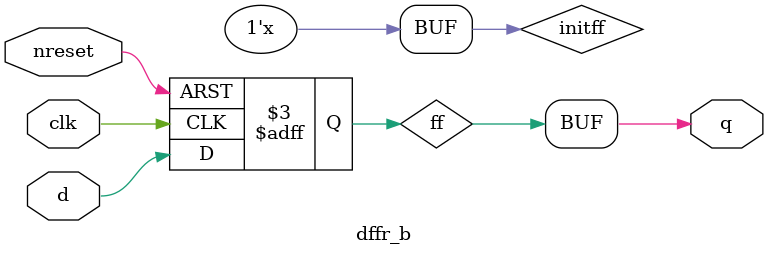
<source format=sv>
`timescale 1ns/1ns
`default_nettype none

module dffr_b #(
		parameter logic INITIAL_Q = 'x
	) (
		input  logic clk, nreset, d,
		output logic q
	);

	bit ff, initff;
	initial begin
		initff = /*isunknown(INITIAL_Q))*/0 ? /*random*/0 : INITIAL_Q;
		ff     = initff;
	end

	always_ff @(posedge clk, negedge nreset) begin
		if (nreset)
			ff <= /*isunknown(d))*/0 ? initff : d;
		else
			ff <= 0;
	end

	assign #T_DFFR_B q = ff;

endmodule

</source>
